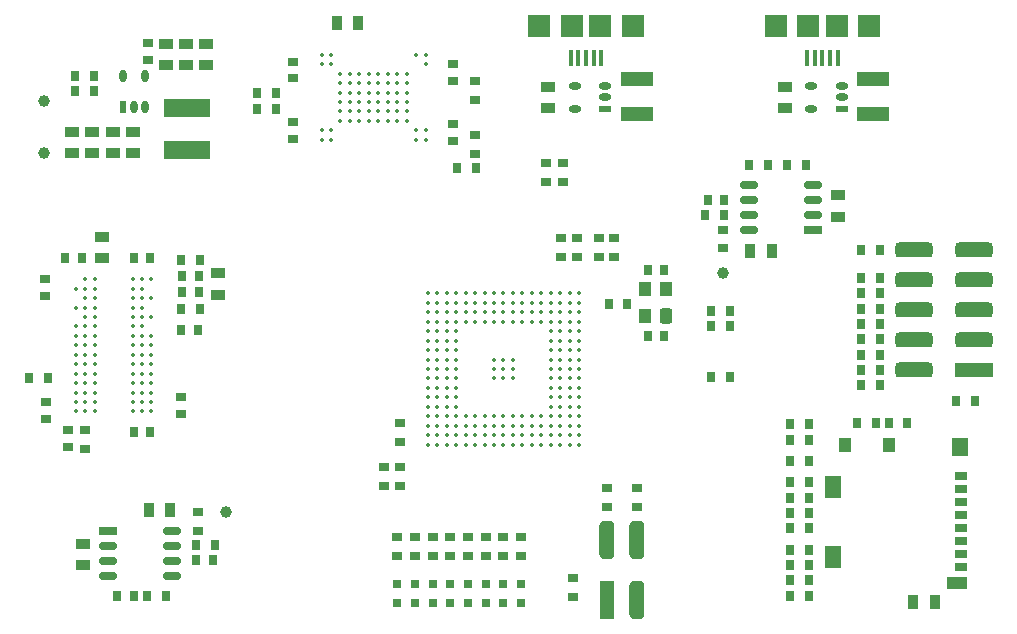
<source format=gtp>
G04*
G04 #@! TF.GenerationSoftware,Altium Limited,Altium Designer,20.0.13 (296)*
G04*
G04 Layer_Color=8421504*
%FSLAX44Y44*%
%MOMM*%
G71*
G01*
G75*
G04:AMPARAMS|DCode=16|XSize=1.3mm|YSize=1.1mm|CornerRadius=0.275mm|HoleSize=0mm|Usage=FLASHONLY|Rotation=90.000|XOffset=0mm|YOffset=0mm|HoleType=Round|Shape=RoundedRectangle|*
%AMROUNDEDRECTD16*
21,1,1.3000,0.5500,0,0,90.0*
21,1,0.7500,1.1000,0,0,90.0*
1,1,0.5500,0.2750,0.3750*
1,1,0.5500,0.2750,-0.3750*
1,1,0.5500,-0.2750,-0.3750*
1,1,0.5500,-0.2750,0.3750*
%
%ADD16ROUNDEDRECTD16*%
%ADD17R,1.1000X1.3000*%
%ADD18C,0.3500*%
G04:AMPARAMS|DCode=19|XSize=1.525mm|YSize=0.65mm|CornerRadius=0.1625mm|HoleSize=0mm|Usage=FLASHONLY|Rotation=180.000|XOffset=0mm|YOffset=0mm|HoleType=Round|Shape=RoundedRectangle|*
%AMROUNDEDRECTD19*
21,1,1.5250,0.3250,0,0,180.0*
21,1,1.2000,0.6500,0,0,180.0*
1,1,0.3250,-0.6000,0.1625*
1,1,0.3250,0.6000,0.1625*
1,1,0.3250,0.6000,-0.1625*
1,1,0.3250,-0.6000,-0.1625*
%
%ADD19ROUNDEDRECTD19*%
%ADD20R,1.5250X0.6500*%
%ADD21R,0.6000X1.1000*%
%ADD22O,0.6000X1.1000*%
%ADD23R,0.9000X0.7500*%
%ADD24R,0.7500X0.9000*%
%ADD25R,4.0000X1.5000*%
%ADD26R,1.1000X0.7500*%
%ADD27R,1.1000X0.7000*%
%ADD28R,1.8000X1.1000*%
%ADD29R,1.3500X1.9000*%
%ADD30R,1.0000X1.2000*%
%ADD31R,1.3500X1.5500*%
%ADD32R,1.2700X3.1800*%
G04:AMPARAMS|DCode=33|XSize=1.27mm|YSize=3.18mm|CornerRadius=0.3175mm|HoleSize=0mm|Usage=FLASHONLY|Rotation=0.000|XOffset=0mm|YOffset=0mm|HoleType=Round|Shape=RoundedRectangle|*
%AMROUNDEDRECTD33*
21,1,1.2700,2.5450,0,0,0.0*
21,1,0.6350,3.1800,0,0,0.0*
1,1,0.6350,0.3175,-1.2725*
1,1,0.6350,-0.3175,-1.2725*
1,1,0.6350,-0.3175,1.2725*
1,1,0.6350,0.3175,1.2725*
%
%ADD33ROUNDEDRECTD33*%
%ADD34R,0.3000X1.3500*%
%ADD35R,0.4000X1.3500*%
%ADD36R,1.9000X1.9000*%
G04:AMPARAMS|DCode=37|XSize=1.27mm|YSize=3.18mm|CornerRadius=0.3175mm|HoleSize=0mm|Usage=FLASHONLY|Rotation=90.000|XOffset=0mm|YOffset=0mm|HoleType=Round|Shape=RoundedRectangle|*
%AMROUNDEDRECTD37*
21,1,1.2700,2.5450,0,0,90.0*
21,1,0.6350,3.1800,0,0,90.0*
1,1,0.6350,1.2725,0.3175*
1,1,0.6350,1.2725,-0.3175*
1,1,0.6350,-1.2725,-0.3175*
1,1,0.6350,-1.2725,0.3175*
%
%ADD37ROUNDEDRECTD37*%
%ADD38R,3.1800X1.2700*%
%ADD39R,2.8100X1.1800*%
%ADD40R,0.8000X0.8000*%
%ADD41R,1.1000X0.6000*%
%ADD42O,1.1000X0.6000*%
%ADD43R,0.9000X1.3000*%
%ADD44R,1.3000X0.9000*%
%ADD45C,1.0000*%
D16*
X568000Y264500D02*
D03*
D17*
Y287500D02*
D03*
X550000D02*
D03*
Y264500D02*
D03*
D18*
X276000Y414000D02*
D03*
Y422000D02*
D03*
Y478000D02*
D03*
Y486000D02*
D03*
X284000Y414000D02*
D03*
Y422000D02*
D03*
Y478000D02*
D03*
Y486000D02*
D03*
X292000Y430000D02*
D03*
Y438000D02*
D03*
Y446000D02*
D03*
Y454000D02*
D03*
Y462000D02*
D03*
Y470000D02*
D03*
X300000Y430000D02*
D03*
Y438000D02*
D03*
Y446000D02*
D03*
Y454000D02*
D03*
Y462000D02*
D03*
Y470000D02*
D03*
X308000Y430000D02*
D03*
Y438000D02*
D03*
Y446000D02*
D03*
Y454000D02*
D03*
Y462000D02*
D03*
Y470000D02*
D03*
X316000Y430000D02*
D03*
Y438000D02*
D03*
Y446000D02*
D03*
Y454000D02*
D03*
Y462000D02*
D03*
Y470000D02*
D03*
X324000Y430000D02*
D03*
Y438000D02*
D03*
Y446000D02*
D03*
Y454000D02*
D03*
Y462000D02*
D03*
Y470000D02*
D03*
X332000Y430000D02*
D03*
Y438000D02*
D03*
Y446000D02*
D03*
Y454000D02*
D03*
Y462000D02*
D03*
Y470000D02*
D03*
X340000Y430000D02*
D03*
Y438000D02*
D03*
Y446000D02*
D03*
Y454000D02*
D03*
Y462000D02*
D03*
Y470000D02*
D03*
X348000Y430000D02*
D03*
Y438000D02*
D03*
Y446000D02*
D03*
Y454000D02*
D03*
Y462000D02*
D03*
Y470000D02*
D03*
X356000Y414000D02*
D03*
Y422000D02*
D03*
Y486000D02*
D03*
X364000Y414000D02*
D03*
Y422000D02*
D03*
Y478000D02*
D03*
Y486000D02*
D03*
X132000Y184000D02*
D03*
X124000D02*
D03*
X116000D02*
D03*
X84000D02*
D03*
X76000D02*
D03*
X68000D02*
D03*
X132000Y192000D02*
D03*
X124000D02*
D03*
X116000D02*
D03*
X84000D02*
D03*
X76000D02*
D03*
X68000D02*
D03*
X132000Y200000D02*
D03*
X124000D02*
D03*
X116000D02*
D03*
X84000D02*
D03*
X76000D02*
D03*
X68000D02*
D03*
X132000Y208000D02*
D03*
X124000D02*
D03*
X116000D02*
D03*
X84000D02*
D03*
X76000D02*
D03*
X68000D02*
D03*
X132000Y216000D02*
D03*
X124000D02*
D03*
X116000D02*
D03*
X84000D02*
D03*
X76000D02*
D03*
X68000D02*
D03*
X132000Y224000D02*
D03*
X124000D02*
D03*
X116000D02*
D03*
X84000D02*
D03*
X76000D02*
D03*
X68000D02*
D03*
X132000Y232000D02*
D03*
X124000D02*
D03*
X116000D02*
D03*
X84000D02*
D03*
X76000D02*
D03*
X68000D02*
D03*
X132000Y240000D02*
D03*
X124000D02*
D03*
X116000D02*
D03*
X84000D02*
D03*
X76000D02*
D03*
X68000D02*
D03*
X132000Y248000D02*
D03*
X124000D02*
D03*
X116000D02*
D03*
X84000D02*
D03*
X76000D02*
D03*
X68000D02*
D03*
X124000Y256000D02*
D03*
X116000D02*
D03*
X84000D02*
D03*
X76000D02*
D03*
X68000D02*
D03*
X132000Y264000D02*
D03*
X124000D02*
D03*
X116000D02*
D03*
X84000D02*
D03*
X76000D02*
D03*
X124000Y272000D02*
D03*
X116000D02*
D03*
X84000D02*
D03*
X76000D02*
D03*
X68000D02*
D03*
X132000Y280000D02*
D03*
X124000D02*
D03*
X116000D02*
D03*
X84000D02*
D03*
X76000D02*
D03*
X124000Y288000D02*
D03*
X116000D02*
D03*
X84000D02*
D03*
X76000D02*
D03*
X68000D02*
D03*
X132000Y296000D02*
D03*
X124000D02*
D03*
X116000D02*
D03*
X84000D02*
D03*
X76000D02*
D03*
X366000Y156000D02*
D03*
X374000D02*
D03*
X382000D02*
D03*
X390000D02*
D03*
X398000D02*
D03*
X406000D02*
D03*
X414000D02*
D03*
X422000D02*
D03*
X430000D02*
D03*
X438000D02*
D03*
X446000D02*
D03*
X454000D02*
D03*
X462000D02*
D03*
X470000D02*
D03*
X478000D02*
D03*
X486000D02*
D03*
X494000D02*
D03*
X366000Y164000D02*
D03*
X374000D02*
D03*
X382000D02*
D03*
X390000D02*
D03*
X398000D02*
D03*
X406000D02*
D03*
X414000D02*
D03*
X422000D02*
D03*
X430000D02*
D03*
X438000D02*
D03*
X446000D02*
D03*
X454000D02*
D03*
X462000D02*
D03*
X470000D02*
D03*
X478000D02*
D03*
X486000D02*
D03*
X494000D02*
D03*
X366000Y172000D02*
D03*
X374000D02*
D03*
X382000D02*
D03*
X390000D02*
D03*
X398000D02*
D03*
X406000D02*
D03*
X414000D02*
D03*
X422000D02*
D03*
X430000D02*
D03*
X438000D02*
D03*
X446000D02*
D03*
X454000D02*
D03*
X462000D02*
D03*
X470000D02*
D03*
X478000D02*
D03*
X486000D02*
D03*
X494000D02*
D03*
X366000Y180000D02*
D03*
X374000D02*
D03*
X382000D02*
D03*
X390000D02*
D03*
X398000D02*
D03*
X406000D02*
D03*
X414000D02*
D03*
X422000D02*
D03*
X430000D02*
D03*
X438000D02*
D03*
X446000D02*
D03*
X454000D02*
D03*
X462000D02*
D03*
X470000D02*
D03*
X478000D02*
D03*
X486000D02*
D03*
X494000D02*
D03*
X366000Y188000D02*
D03*
X374000D02*
D03*
X382000D02*
D03*
X390000D02*
D03*
X470000D02*
D03*
X478000D02*
D03*
X486000D02*
D03*
X494000D02*
D03*
X366000Y196000D02*
D03*
X374000D02*
D03*
X382000D02*
D03*
X390000D02*
D03*
X470000D02*
D03*
X478000D02*
D03*
X486000D02*
D03*
X494000D02*
D03*
X366000Y204000D02*
D03*
X374000D02*
D03*
X382000D02*
D03*
X390000D02*
D03*
X470000D02*
D03*
X478000D02*
D03*
X486000D02*
D03*
X494000D02*
D03*
X366000Y212000D02*
D03*
X374000D02*
D03*
X382000D02*
D03*
X390000D02*
D03*
X422000D02*
D03*
X430000D02*
D03*
X438000D02*
D03*
X470000D02*
D03*
X478000D02*
D03*
X486000D02*
D03*
X494000D02*
D03*
X366000Y220000D02*
D03*
X374000D02*
D03*
X382000D02*
D03*
X390000D02*
D03*
X422000D02*
D03*
X430000D02*
D03*
X438000D02*
D03*
X470000D02*
D03*
X478000D02*
D03*
X486000D02*
D03*
X494000D02*
D03*
X366000Y228000D02*
D03*
X374000D02*
D03*
X382000D02*
D03*
X390000D02*
D03*
X422000D02*
D03*
X430000D02*
D03*
X438000D02*
D03*
X470000D02*
D03*
X478000D02*
D03*
X486000D02*
D03*
X494000D02*
D03*
X366000Y236000D02*
D03*
X374000D02*
D03*
X382000D02*
D03*
X390000D02*
D03*
X470000D02*
D03*
X478000D02*
D03*
X486000D02*
D03*
X494000D02*
D03*
X366000Y244000D02*
D03*
X374000D02*
D03*
X382000D02*
D03*
X390000D02*
D03*
X470000D02*
D03*
X478000D02*
D03*
X486000D02*
D03*
X494000D02*
D03*
X366000Y252000D02*
D03*
X374000D02*
D03*
X382000D02*
D03*
X390000D02*
D03*
X470000D02*
D03*
X478000D02*
D03*
X486000D02*
D03*
X494000D02*
D03*
X366000Y260000D02*
D03*
X374000D02*
D03*
X382000D02*
D03*
X390000D02*
D03*
X398000D02*
D03*
X406000D02*
D03*
X414000D02*
D03*
X422000D02*
D03*
X430000D02*
D03*
X438000D02*
D03*
X446000D02*
D03*
X454000D02*
D03*
X462000D02*
D03*
X470000D02*
D03*
X478000D02*
D03*
X486000D02*
D03*
X494000D02*
D03*
X366000Y268000D02*
D03*
X374000D02*
D03*
X382000D02*
D03*
X390000D02*
D03*
X398000D02*
D03*
X406000D02*
D03*
X414000D02*
D03*
X422000D02*
D03*
X430000D02*
D03*
X438000D02*
D03*
X446000D02*
D03*
X454000D02*
D03*
X462000D02*
D03*
X470000D02*
D03*
X478000D02*
D03*
X486000D02*
D03*
X494000D02*
D03*
X366000Y276000D02*
D03*
X374000D02*
D03*
X382000D02*
D03*
X390000D02*
D03*
X398000D02*
D03*
X406000D02*
D03*
X414000D02*
D03*
X422000D02*
D03*
X430000D02*
D03*
X438000D02*
D03*
X446000D02*
D03*
X454000D02*
D03*
X462000D02*
D03*
X470000D02*
D03*
X478000D02*
D03*
X486000D02*
D03*
X494000D02*
D03*
X366000Y284000D02*
D03*
X374000D02*
D03*
X382000D02*
D03*
X390000D02*
D03*
X398000D02*
D03*
X406000D02*
D03*
X414000D02*
D03*
X422000D02*
D03*
X430000D02*
D03*
X438000D02*
D03*
X446000D02*
D03*
X454000D02*
D03*
X462000D02*
D03*
X470000D02*
D03*
X478000D02*
D03*
X486000D02*
D03*
X494000D02*
D03*
D19*
X637880Y337950D02*
D03*
Y350650D02*
D03*
Y363350D02*
D03*
Y376050D02*
D03*
X692120D02*
D03*
Y363350D02*
D03*
Y350650D02*
D03*
X149120Y83050D02*
D03*
Y70350D02*
D03*
Y57650D02*
D03*
Y44950D02*
D03*
X94880D02*
D03*
Y57650D02*
D03*
Y70350D02*
D03*
D20*
X692120Y337950D02*
D03*
X94880Y83050D02*
D03*
D21*
X107500Y442000D02*
D03*
D22*
X117000D02*
D03*
X126500D02*
D03*
X107500Y468000D02*
D03*
X126500D02*
D03*
D23*
X445000Y62000D02*
D03*
Y78000D02*
D03*
X430000Y62000D02*
D03*
Y78000D02*
D03*
X415000Y62000D02*
D03*
Y78000D02*
D03*
X400000Y62000D02*
D03*
Y78000D02*
D03*
X385000Y62000D02*
D03*
Y78000D02*
D03*
X370000Y62000D02*
D03*
Y78000D02*
D03*
X355000Y62000D02*
D03*
Y78000D02*
D03*
X339999Y62000D02*
D03*
Y78000D02*
D03*
X543000Y103000D02*
D03*
Y119000D02*
D03*
X518000Y103000D02*
D03*
Y119000D02*
D03*
X489000Y27000D02*
D03*
Y43000D02*
D03*
X479000Y331000D02*
D03*
Y315000D02*
D03*
X492000Y331000D02*
D03*
Y315000D02*
D03*
X511000Y331000D02*
D03*
Y315000D02*
D03*
X524000Y331000D02*
D03*
Y315000D02*
D03*
X406000Y402000D02*
D03*
Y418000D02*
D03*
X406000Y448000D02*
D03*
Y464000D02*
D03*
X76000Y152000D02*
D03*
Y168000D02*
D03*
X480000Y394000D02*
D03*
Y378000D02*
D03*
X466000D02*
D03*
Y394000D02*
D03*
X616000Y338000D02*
D03*
Y322000D02*
D03*
X171000Y83000D02*
D03*
Y99000D02*
D03*
X387000Y413000D02*
D03*
Y427000D02*
D03*
X387000Y478000D02*
D03*
Y464000D02*
D03*
X252000Y480000D02*
D03*
Y466000D02*
D03*
Y415000D02*
D03*
Y429000D02*
D03*
X61000Y168000D02*
D03*
Y154000D02*
D03*
X157000Y196000D02*
D03*
Y182000D02*
D03*
X42000Y296000D02*
D03*
Y282000D02*
D03*
X43000Y192000D02*
D03*
Y178000D02*
D03*
X129000Y496000D02*
D03*
Y482000D02*
D03*
X342000Y158000D02*
D03*
Y174000D02*
D03*
X342000Y121000D02*
D03*
Y137000D02*
D03*
X329000Y137000D02*
D03*
Y121000D02*
D03*
D24*
X745000Y174000D02*
D03*
X729000D02*
D03*
X689000Y160000D02*
D03*
X673000D02*
D03*
X688999Y28001D02*
D03*
X672999D02*
D03*
X689000Y142000D02*
D03*
X673000D02*
D03*
X689000Y54000D02*
D03*
X673000D02*
D03*
X688999Y85001D02*
D03*
X672999D02*
D03*
X689000Y124000D02*
D03*
X673000D02*
D03*
X756000Y174000D02*
D03*
X772000D02*
D03*
X689000Y173000D02*
D03*
X673000D02*
D03*
X689000Y41000D02*
D03*
X673000D02*
D03*
X689000Y67000D02*
D03*
X673000D02*
D03*
X689000Y98000D02*
D03*
X673000D02*
D03*
X689000Y111000D02*
D03*
X673000D02*
D03*
X749000Y321000D02*
D03*
X733000D02*
D03*
X749000Y206000D02*
D03*
X733000D02*
D03*
X749000Y284000D02*
D03*
X733000D02*
D03*
X749000Y232000D02*
D03*
X733000D02*
D03*
X749000Y258000D02*
D03*
X733000D02*
D03*
X749000Y219000D02*
D03*
X733000D02*
D03*
X749000Y297000D02*
D03*
X733000D02*
D03*
X749000Y245000D02*
D03*
X733000D02*
D03*
X749000Y271000D02*
D03*
X733000D02*
D03*
X829000Y193000D02*
D03*
X813000D02*
D03*
X221000Y440000D02*
D03*
X237000D02*
D03*
X407000Y390000D02*
D03*
X391000D02*
D03*
X237000Y454000D02*
D03*
X221000D02*
D03*
X173000Y312000D02*
D03*
X157000D02*
D03*
Y271000D02*
D03*
X173000D02*
D03*
X28000Y212000D02*
D03*
X44000D02*
D03*
X535000Y275000D02*
D03*
X519000D02*
D03*
X622000Y256000D02*
D03*
X606000D02*
D03*
X606000Y269000D02*
D03*
X622000D02*
D03*
X622000Y213000D02*
D03*
X606000D02*
D03*
X638000Y393000D02*
D03*
X654000D02*
D03*
X601000Y350000D02*
D03*
X617000D02*
D03*
X686000Y393000D02*
D03*
X670000D02*
D03*
X67000Y468000D02*
D03*
X83000D02*
D03*
X186000Y71000D02*
D03*
X170000D02*
D03*
X67000Y455000D02*
D03*
X83000D02*
D03*
X128000Y28000D02*
D03*
X144000D02*
D03*
X172000Y299000D02*
D03*
X158000D02*
D03*
Y285000D02*
D03*
X172000D02*
D03*
X157000Y253000D02*
D03*
X171000D02*
D03*
X131000Y167000D02*
D03*
X117000D02*
D03*
X73000Y314000D02*
D03*
X59000D02*
D03*
X117000D02*
D03*
X131000D02*
D03*
X566000Y304000D02*
D03*
X552000D02*
D03*
Y248000D02*
D03*
X566000D02*
D03*
X603000Y363000D02*
D03*
X617000D02*
D03*
X184000Y58000D02*
D03*
X170000D02*
D03*
X103000Y28000D02*
D03*
X117000D02*
D03*
D25*
X162000Y405000D02*
D03*
Y441000D02*
D03*
D26*
X817500Y129050D02*
D03*
Y118050D02*
D03*
Y107050D02*
D03*
Y96050D02*
D03*
Y85050D02*
D03*
Y74050D02*
D03*
Y63050D02*
D03*
D27*
Y52550D02*
D03*
D28*
X814000Y39000D02*
D03*
D29*
X709250Y60700D02*
D03*
Y120400D02*
D03*
D30*
X719000Y155400D02*
D03*
X756000D02*
D03*
D31*
X816250Y153650D02*
D03*
D32*
X517300Y24600D02*
D03*
D33*
Y75400D02*
D03*
X542700Y24600D02*
D03*
Y75400D02*
D03*
D34*
X513000Y483250D02*
D03*
X487000D02*
D03*
X713000D02*
D03*
X687000D02*
D03*
D35*
X506500D02*
D03*
X500000D02*
D03*
X493500D02*
D03*
X706500D02*
D03*
X700000D02*
D03*
X693500D02*
D03*
D36*
X539500Y510000D02*
D03*
X512000D02*
D03*
X488000D02*
D03*
X460500D02*
D03*
X739500D02*
D03*
X712000D02*
D03*
X688000D02*
D03*
X660500D02*
D03*
D37*
X777602Y320801D02*
D03*
X828402D02*
D03*
X777602Y295401D02*
D03*
X828402D02*
D03*
X777602Y270001D02*
D03*
X828402D02*
D03*
X777602Y244601D02*
D03*
X828402D02*
D03*
X777602Y219201D02*
D03*
D38*
X828402D02*
D03*
D39*
X543000Y465850D02*
D03*
Y436150D02*
D03*
X743000Y465850D02*
D03*
Y436150D02*
D03*
D40*
X445000Y22000D02*
D03*
Y38000D02*
D03*
X430000Y22000D02*
D03*
Y38000D02*
D03*
X415000Y22000D02*
D03*
Y38000D02*
D03*
X400000Y22000D02*
D03*
Y38000D02*
D03*
X385000Y22000D02*
D03*
Y38000D02*
D03*
X370000Y22000D02*
D03*
Y38000D02*
D03*
X355000Y22000D02*
D03*
Y38000D02*
D03*
X339998Y22000D02*
D03*
Y38000D02*
D03*
D41*
X516300Y440500D02*
D03*
X716300D02*
D03*
D42*
X516300Y450000D02*
D03*
Y459500D02*
D03*
X490300Y440500D02*
D03*
Y459500D02*
D03*
X716300Y450000D02*
D03*
Y459500D02*
D03*
X690300Y440500D02*
D03*
Y459500D02*
D03*
D43*
X795000Y23000D02*
D03*
X777000D02*
D03*
X307000Y513000D02*
D03*
X289000D02*
D03*
X657000Y320000D02*
D03*
X639000D02*
D03*
X130000Y101000D02*
D03*
X148000D02*
D03*
D44*
X468000Y459000D02*
D03*
Y441000D02*
D03*
X668000Y459000D02*
D03*
Y441000D02*
D03*
X188000Y301000D02*
D03*
Y283000D02*
D03*
X90000Y332000D02*
D03*
Y314000D02*
D03*
X713000Y367000D02*
D03*
Y349000D02*
D03*
X74000Y54000D02*
D03*
Y72000D02*
D03*
X65000Y421000D02*
D03*
Y403000D02*
D03*
X82000Y421000D02*
D03*
Y403000D02*
D03*
X99000Y421000D02*
D03*
Y403000D02*
D03*
X116000Y421000D02*
D03*
Y403000D02*
D03*
X144000Y495000D02*
D03*
Y477000D02*
D03*
X161000Y495000D02*
D03*
Y477000D02*
D03*
X178000Y495000D02*
D03*
Y477000D02*
D03*
D45*
X195000Y99000D02*
D03*
X616000Y301000D02*
D03*
X41000Y403000D02*
D03*
Y447000D02*
D03*
M02*

</source>
